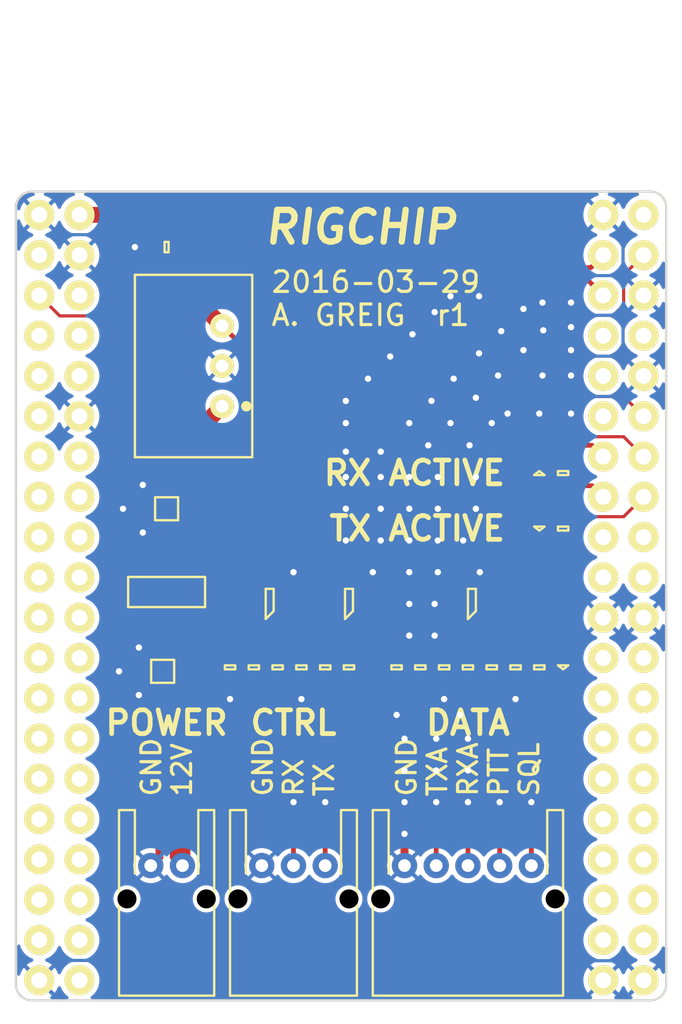
<source format=kicad_pcb>
(kicad_pcb (version 20221018) (generator pcbnew)
  (title_block (title "RIGCHIP") (date "2016-03-27") (rev "1") (company "Dr House Radio Technologies") (comment 1 "Drawn By: Adam Greig"))
  (layers (0 "F.Cu" signal) (31 "B.Cu" signal) (34 "B.Paste" user) (35 "F.Paste" user) (36 "B.SilkS" user "B.Silkscreen") (37 "F.SilkS" user "F.Silkscreen") (38 "B.Mask" user) (39 "F.Mask" user) (44 "Edge.Cuts" user))
  (net 0 "")
  (net 1 "5v")
  (net 2 "GND")
  (net 3 "Net-(C2-Pad1)")
  (net 4 "Net-(C3-Pad1)")
  (net 5 "/SQL")
  (net 6 "Net-(D2-Pad1)")
  (net 7 "Net-(D3-Pad1)")
  (net 8 "Net-(D4-Pad1)")
  (net 9 "Net-(D5-Pad1)")
  (net 10 "Net-(D6-Pad1)")
  (net 11 "Net-(D7-Pad1)")
  (net 12 "Net-(IC2-PadR15)")
  (net 13 "Net-(IC2-PadR16)")
  (net 14 "/RX_AUDIO")
  (net 15 "/RIG_TX")
  (net 16 "/RIG_RX")
  (net 17 "/TX_AUDIO")
  (net 18 "3v3")
  (net 19 "/CHIP_RX")
  (net 20 "/CHIP_TX")
  (net 21 "Net-(D8-Pad1)")
  (net 22 "Net-(D9-Pad1)")
  (net 23 "/CHIP_PTT")
  (net 24 "/RIG_PTT")
  (net 25 "Net-(C4-Pad1)")
  (footprint "agg:0603" (layer "F.Cu") (at 59.5 52.5 180)
    (fp_text reference "C1")
    (fp_text value "100n")
  )
  (footprint "agg:1206" (layer "F.Cu") (at 59.25 79.25 180)
    (fp_text reference "C2")
    (fp_text value "10µ")
  )
  (footprint "agg:1206" (layer "F.Cu") (at 59.5 69 180)
    (fp_text reference "C3")
    (fp_text value "10µ")
  )
  (footprint "agg:0603" (layer "F.Cu") (at 81.5 79 -90)
    (fp_text reference "C4")
    (fp_text value "100n")
  )
  (footprint "agg:0603" (layer "F.Cu") (at 77 79 -90)
    (fp_text reference "C5")
    (fp_text value "100n")
  )
  (footprint "agg:0402" (layer "F.Cu") (at 59.5 89.75 180)
    (fp_text reference "D1")
    (fp_text value "ESD_DIODE")
  )
  (footprint "agg:0402" (layer "F.Cu") (at 76.5 89 90)
    (fp_text reference "D2")
    (fp_text value "ESD_DIODE")
  )
  (footprint "agg:0402" (layer "F.Cu") (at 78.5 89 90)
    (fp_text reference "D3")
    (fp_text value "ESD_DIODE")
  )
  (footprint "agg:0402" (layer "F.Cu") (at 80.5 89 90)
    (fp_text reference "D4")
    (fp_text value "ESD_DIODE")
  )
  (footprint "agg:0402" (layer "F.Cu") (at 82.5 89 90)
    (fp_text reference "D5")
    (fp_text value "ESD_DIODE")
  )
  (footprint "agg:0402" (layer "F.Cu") (at 67.5 89 90)
    (fp_text reference "D6")
    (fp_text value "ESD_DIODE")
  )
  (footprint "agg:0402" (layer "F.Cu") (at 69.5 89 90)
    (fp_text reference "D7")
    (fp_text value "ESD_DIODE")
  )
  (footprint "agg:0603-LED" (layer "F.Cu") (at 83 66.75 -90)
    (fp_text reference "D8")
    (fp_text value "GRN")
  )
  (footprint "agg:0603-LED" (layer "F.Cu") (at 83 70.25 90)
    (fp_text reference "D9")
    (fp_text value "RED")
  )
  (footprint "agg:TSR1" (layer "F.Cu") (at 63 60 90)
    (fp_text reference "IC1")
    (fp_text value "TSR1")
  )
  (footprint "agg:CHIPv1_0" (layer "F.Cu") (at 50 100)
    (fp_text reference "IC2")
    (fp_text value "CHIPv1_0")
  )
  (footprint "agg:S02B-PASK-2" (layer "F.Cu") (at 59.5 91.5 180)
    (fp_text reference "J1")
    (fp_text value "POWER")
  )
  (footprint "agg:S05B-PASK-2" (layer "F.Cu") (at 78.5 91.5 180)
    (fp_text reference "J2")
    (fp_text value "DATA")
  )
  (footprint "agg:S03B-PASK-2" (layer "F.Cu") (at 67.5 91.5 180)
    (fp_text reference "J3")
    (fp_text value "CONTROL")
  )
  (footprint "agg:TYS5040" (layer "F.Cu") (at 59.5 74.25 90)
    (fp_text reference "L1")
    (fp_text value "6µ8")
  )
  (footprint "agg:0603" (layer "F.Cu") (at 80 79 90)
    (fp_text reference "L2")
    (fp_text value "FB")
  )
  (footprint "agg:0603" (layer "F.Cu") (at 78.5 79 90)
    (fp_text reference "L3")
    (fp_text value "FB")
  )
  (footprint "agg:0603" (layer "F.Cu") (at 75.5 79 90)
    (fp_text reference "L4")
    (fp_text value "FB")
  )
  (footprint "agg:0603" (layer "F.Cu") (at 74 79 90)
    (fp_text reference "L5")
    (fp_text value "FB")
  )
  (footprint "agg:0603" (layer "F.Cu") (at 69.5 79 90)
    (fp_text reference "L6")
    (fp_text value "FB")
  )
  (footprint "agg:0603" (layer "F.Cu") (at 66.5 79 90)
    (fp_text reference "L7")
    (fp_text value "FB")
  )
  (footprint "agg:0603" (layer "F.Cu") (at 84.5 66.75 90)
    (fp_text reference "R1")
    (fp_text value "1k")
  )
  (footprint "agg:0603" (layer "F.Cu") (at 84.5 70.25 -90)
    (fp_text reference "R2")
    (fp_text value "1k")
  )
  (footprint "agg:0603" (layer "F.Cu") (at 63.5 79 -90)
    (fp_text reference "C6")
    (fp_text value "100n")
  )
  (footprint "agg:0603" (layer "F.Cu") (at 68 79 -90)
    (fp_text reference "C7")
    (fp_text value "100n")
  )
  (footprint "agg:SOT-23-5" (layer "F.Cu") (at 66 75 180)
    (fp_text reference "IC3")
    (fp_text value "SN74LVC1G07")
  )
  (footprint "agg:SOT-23-5" (layer "F.Cu") (at 71 75 180)
    (fp_text reference "IC4")
    (fp_text value "SN74LVC1G07")
  )
  (footprint "agg:0603" (layer "F.Cu") (at 65 79 90)
    (fp_text reference "R3")
    (fp_text value "1k")
  )
  (footprint "agg:0603" (layer "F.Cu") (at 71 79 90)
    (fp_text reference "R4")
    (fp_text value "1k")
  )
  (footprint "agg:SOT-23-5" (layer "F.Cu") (at 78.75 75 180)
    (fp_text reference "IC5")
    (fp_text value "SN74LVC1G07")
  )
  (footprint "agg:0603" (layer "F.Cu") (at 83 79 90)
    (fp_text reference "R5")
    (fp_text value "10k")
  )
  (footprint "agg:0603-LED" (layer "F.Cu") (at 84.5 79 90)
    (fp_text reference "D10")
    (fp_text value "~")
  )
  (gr_line (start 90 100) (end 51 100) (stroke (width 0.15)) (layer "Edge.Cuts"))
  (gr_arc (start 51 100) (mid 50.292893 99.707107) (end 50 99) (stroke (width 0.15)) (layer "Edge.Cuts"))
  (gr_line (start 51 49) (end 90 49) (stroke (width 0.15)) (layer "Edge.Cuts"))
  (gr_line (start 91 50) (end 91 99) (stroke (width 0.15)) (layer "Edge.Cuts"))
  (gr_arc (start 91 99) (mid 90.707107 99.707107) (end 90 100) (stroke (width 0.15)) (layer "Edge.Cuts"))
  (gr_line (start 50 99) (end 50 50) (stroke (width 0.15)) (layer "Edge.Cuts"))
  (gr_arc (start 50 50) (mid 50.292893 49.292893) (end 51 49) (stroke (width 0.15)) (layer "Edge.Cuts"))
  (gr_arc (start 90 49) (mid 90.707107 49.292893) (end 91 50) (stroke (width 0.15)) (layer "Edge.Cuts"))
  (gr_text "CTRL" (at 67.5 82.5) (layer "F.SilkS") (effects (font (size 1.5 1.5) (thickness 0.3))))
  (gr_text "GND\nRX\nTX" (at 67.5 87.25 90) (layer "F.SilkS") (effects (font (size 1.2 1.2) (thickness 0.2)) (justify left)))
  (gr_text "GND\n12V" (at 59.5 87.25 90) (layer "F.SilkS") (effects (font (size 1.2 1.2) (thickness 0.2)) (justify left)))
  (gr_text "TX ACTIVE" (at 81 70.25) (layer "F.SilkS") (effects (font (size 1.5 1.5) (thickness 0.3)) (justify right)))
  (gr_text "RX ACTIVE" (at 81 66.75) (layer "F.SilkS") (effects (font (size 1.5 1.5) (thickness 0.3)) (justify right)))
  (gr_text "2016-03-29\nA. GREIG  r1" (at 66 55.75) (layer "F.SilkS") (effects (font (size 1.3 1.3) (thickness 0.2)) (justify left)))
  (gr_text "POWER" (at 59.5 82.5) (layer "F.SilkS") (effects (font (size 1.5 1.5) (thickness 0.3))))
  (gr_text "RIGCHIP" (at 65.5 51.25) (layer "F.SilkS") (effects (font (size 2 2) (thickness 0.4) italic) (justify left)))
  (gr_text "GND\nTXA\nRXA\nPTT\nSQL" (at 78.5 87.25 90) (layer "F.SilkS") (effects (font (size 1.2 1.2) (thickness 0.2)) (justify left)))
  (gr_text "DATA" (at 78.5 82.5) (layer "F.SilkS") (effects (font (size 1.5 1.5) (thickness 0.3))))
  (segment (start 68.85 75.95) (end 68 76.8) (width 0.3) (layer "F.Cu") (net 1))
  (segment (start 63 57.46) (end 66.250008 60.710008) (width 0.3) (layer "F.Cu") (net 1))
  (segment (start 60.3 54.76) (end 63 57.46) (width 1) (layer "F.Cu") (net 1))
  (segment (start 68 77.25) (end 68 77.425) (width 0.3) (layer "F.Cu") (net 1))
  (segment (start 66.250008 60.710008) (end 66.250008 76.500008) (width 0.3) (layer "F.Cu") (net 1))
  (segment (start 68 77.425) (end 68 78.2) (width 0.3) (layer "F.Cu") (net 1))
  (segment (start 67.199999 78.975001) (end 67.975 78.2) (width 0.2) (layer "F.Cu") (net 1))
  (segment (start 68 76.8) (end 68 77.25) (width 0.3) (layer "F.Cu") (net 1))
  (segment (start 59.77 50.47) (end 60.3 51) (width 1) (layer "F.Cu") (net 1))
  (segment (start 65.025 79.8) (end 65.849999 78.975001) (width 0.2) (layer "F.Cu") (net 1))
  (segment (start 67.975 78.2) (end 68 78.2) (width 0.2) (layer "F.Cu") (net 1))
  (segment (start 60.3 52.5) (end 60.3 54.76) (width 1) (layer "F.Cu") (net 1))
  (segment (start 69.7 75.95) (end 68.85 75.95) (width 0.3) (layer "F.Cu") (net 1))
  (segment (start 54.01 50.47) (end 59.77 50.47) (width 1) (layer "F.Cu") (net 1))
  (segment (start 66.250008 76.500008) (end 67 77.25) (width 0.3) (layer "F.Cu") (net 1))
  (segment (start 65 79.8) (end 65.025 79.8) (width 0.2) (layer "F.Cu") (net 1))
  (segment (start 67 77.25) (end 68 77.25) (width 0.3) (layer "F.Cu") (net 1))
  (segment (start 65.849999 78.975001) (end 67.199999 78.975001) (width 0.2) (layer "F.Cu") (net 1))
  (segment (start 60.3 51) (end 60.3 52.5) (width 1) (layer "F.Cu") (net 1))
  (segment (start 76.6 69) (end 76.6 71) (width 0.3) (layer "F.Cu") (net 2))
  (segment (start 79.2 59.2) (end 77.6 60.8) (width 0.2) (layer "F.Cu") (net 2))
  (segment (start 73 65.4) (end 73 67) (width 0.2) (layer "F.Cu") (net 2))
  (segment (start 67.3 74.05) (end 67.3 73.2) (width 0.3) (layer "F.Cu") (net 2))
  (segment (start 76.6 71) (end 78.2 71) (width 0.3) (layer "F.Cu") (net 2))
  (segment (start 70.8 67) (end 70.8 65.4) (width 0.2) (layer "F.Cu") (net 2))
  (segment (start 81 63) (end 80.6 63) (width 0.3) (layer "F.Cu") (net 2))
  (segment (start 57.75 79.25) (end 57.75 80.75) (width 0.5) (layer "F.Cu") (net 2))
  (segment (start 76.5 87.5) (end 76.5 85.5) (width 0.5) (layer "F.Cu") (net 2))
  (segment (start 72.3 74.05) (end 72.3 73.2) (width 0.3) (layer "F.Cu") (net 2))
  (segment (start 77 79.8) (end 77 81) (width 0.3) (layer "F.Cu") (net 2))
  (segment (start 85 57.550011) (end 85 59) (width 0.2) (layer "F.Cu") (net 2))
  (segment (start 74.5 91.5) (end 74.5 89.5) (width 0.5) (layer "F.Cu") (net 2))
  (segment (start 76 65) (end 74.8 66.2) (width 0.3) (layer "F.Cu") (net 2))
  (segment (start 82 59) (end 80.4 60.6) (width 0.3) (layer "F.Cu") (net 2))
  (segment (start 85 56) (end 83.2 56) (width 0.2) (layer "F.Cu") (net 2))
  (segment (start 76.5 88.55) (end 76.5 87.5) (width 0.3) (layer "F.Cu") (net 2))
  (segment (start 77.4 55.6) (end 79.2 55.6) (width 0.2) (layer "F.Cu") (net 2))
  (segment (start 58.7 52.5) (end 57.5 52.5) (width 0.5) (layer "F.Cu") (net 2))
  (segment (start 82 56.4) (end 80.6 57.8) (width 0.2) (layer "F.Cu") (net 2))
  (segment (start 74.5 87.5) (end 74.5 85.5) (width 0.5) (layer "F.Cu") (net 2))
  (segment (start 74.5 82.5) (end 74 82) (width 0.5) (layer "F.Cu") (net 2))
  (segment (start 59.05 90.95) (end 58.5 91.5) (width 0.5) (layer "F.Cu") (net 2))
  (segment (start 58 69) (end 58 67.5) (width 0.5) (layer "F.Cu") (net 2))
  (segment (start 85 63) (end 83 63) (width 0.3) (layer "F.Cu") (net 2))
  (segment (start 80.5 88.55) (end 80.5 87.5) (width 0.3) (layer "F.Cu") (net 2))
  (segment (start 67.5 88.55) (end 67.5 87.5) (width 0.3) (layer "F.Cu") (net 2))
  (segment (start 69.5 88.55) (end 69.5 87.5) (width 0.3) (layer "F.Cu") (net 2))
  (segment (start 73 69) (end 73 71) (width 0.2) (layer "F.Cu") (net 2))
  (segment (start 68 79.8) (end 68 81) (width 0.3) (layer "F.Cu") (net 2))
  (segment (start 79 69) (end 79 67) (width 0.3) (layer "F.Cu") (net 2))
  (segment (start 58 69) (end 56.75 69) (width 0.5) (layer "F.Cu") (net 2))
  (segment (start 83.449989 57.550011) (end 83.25 57.75) (width 0.3) (layer "F.Cu") (net 2))
  (segment (start 78.5 88.55) (end 78.5 87.5) (width 0.3) (layer "F.Cu") (net 2))
  (segment (start 74.8 69) (end 74.8 71) (width 0.3) (layer "F.Cu") (net 2))
  (segment (start 79 62) (end 77.4 63.6) (width 0.3) (layer "F.Cu") (net 2))
  (segment (start 74.8 73) (end 74.8 75) (width 0.3) (layer "F.Cu") (net 2))
  (segment (start 74.5 83.5) (end 74.5 82.5) (width 0.5) (layer "F.Cu") (net 2))
  (segment (start 58 69) (end 58 70.5) (width 0.5) (layer "F.Cu") (net 2))
  (segment (start 82.5 88.55) (end 82.5 87.5) (width 0.3) (layer "F.Cu") (net 2))
  (segment (start 76.4 73.2) (end 76.4 75) (width 0.3) (layer "F.Cu") (net 2))
  (segment (start 85 57.550011) (end 83.449989 57.550011) (width 0.3) (layer "F.Cu") (net 2))
  (segment (start 80.6 63) (end 80 63.6) (width 0.3) (layer "F.Cu") (net 2))
  (segment (start 85 60.6) (end 83.2 60.6) (width 0.2) (layer "F.Cu") (net 2))
  (segment (start 75 58) (end 76.4 56.6) (width 0.2) (layer "F.Cu") (net 2))
  (segment (start 80.05 74.05) (end 79.8 74.05) (width 0.3) (layer "F.Cu") (net 2))
  (segment (start 78.5 83.5) (end 78.5 82.5) (width 0.5) (layer "F.Cu") (net 2))
  (segment (start 79.25 73) (end 79.25 73.5) (width 0.3) (layer "F.Cu") (net 2))
  (segment (start 72.2 60.8) (end 73.6 59.4) (width 0.2) (layer "F.Cu") (net 2))
  (segment (start 78.5 82.5) (end 78 82) (width 0.5) (layer "F.Cu") (net 2))
  (segment (start 78.5 87.5) (end 78.5 85.5) (width 0.5) (layer "F.Cu") (net 2))
  (segment (start 63.5 79.8) (end 63.5 81) (width 0.3) (layer "F.Cu") (net 2))
  (segment (start 79.8 74.05) (end 79.25 73.5) (width 0.3) (layer "F.Cu") (net 2))
  (segment (start 67.3 73.2) (end 67.5 73) (width 0.3) (layer "F.Cu") (net 2))
  (segment (start 57.75 79.25) (end 57.75 77.75) (width 0.5) (layer "F.Cu") (net 2))
  (segment (start 76.2 62.2) (end 74.8 63.6) (width 0.2) (layer "F.Cu") (net 2))
  (segment (start 57.75 79.25) (end 56.5 79.25) (width 0.5) (layer "F.Cu") (net 2))
  (segment (start 74.8 66.2) (end 74.8 67) (width 0.3) (layer "F.Cu") (net 2))
  (segment (start 72.3 73.2) (end 72.5 73) (width 0.3) (layer "F.Cu") (net 2))
  (segment (start 78.6 65) (end 76.6 67) (width 0.3) (layer "F.Cu") (net 2))
  (segment (start 76.6 73) (end 76.4 73.2) (width 0.3) (layer "F.Cu") (net 2))
  (segment (start 81.5 79.8) (end 81.5 81) (width 0.3) (layer "F.Cu") (net 2))
  (segment (start 59.05 89.75) (end 59.05 90.95) (width 0.5) (layer "F.Cu") (net 2))
  (segment (start 70.8 71) (end 70.8 69) (width 0.2) (layer "F.Cu") (net 2))
  (segment (start 70.8 63.6) (end 70.8 62.2) (width 0.2) (layer "F.Cu") (net 2))
  (via (at 58 70.5) (size 0.8) (drill 0.4) (layers "F.Cu" "B.Cu") (net 2))
  (via (at 57.75 77.75) (size 0.8) (drill 0.4) (layers "F.Cu" "B.Cu") (net 2))
  (via (at 74.8 77) (size 0.8) (drill 0.4) (layers "F.Cu" "B.Cu") (net 2))
  (via (at 85 57.550011) (size 0.8) (drill 0.4) (layers "F.Cu" "B.Cu") (net 2))
  (via (at 80.6 57.8) (size 0.8) (drill 0.4) (layers "F.Cu" "B.Cu") (net 2))
  (via (at 77.4 63.6) (size 0.8) (drill 0.4) (layers "F.Cu" "B.Cu") (net 2))
  (via (at 78.2 71) (size 0.8) (drill 0.4) (layers "F.Cu" "B.Cu") (net 2))
  (via (at 72.5 73) (size 0.8) (drill 0.4) (layers "F.Cu" "B.Cu") (net 2))
  (via (at 56.75 69) (size 0.8) (drill 0.4) (layers "F.Cu" "B.Cu") (net 2))
  (via (at 76.4 77) (size 0.8) (drill 0.4) (layers "F.Cu" "B.Cu") (net 2))
  (via (at 76.6 71) (size 0.8) (drill 0.4) (layers "F.Cu" "B.Cu") (net 2))
  (via (at 85 60.6) (size 0.8) (drill 0.4) (layers "F.Cu" "B.Cu") (net 2))
  (via (at 57.75 80.75) (size 0.8) (drill 0.4) (layers "F.Cu" "B.Cu") (net 2))
  (via (at 78.6 65) (size 0.8) (drill 0.4) (layers "F.Cu" "B.Cu") (net 2))
  (via (at 82 59) (size 0.8) (drill 0.4) (layers "F.Cu" "B.Cu") (net 2))
  (via (at 80 63.6) (size 0.8) (drill 0.4) (layers "F.Cu" "B.Cu") (net 2))
  (via (at 77.4 55.6) (size 0.8) (drill 0.4) (layers "F.Cu" "B.Cu") (net 2))
  (via (at 76.4 56.6) (size 0.8) (drill 0.4) (layers "F.Cu" "B.Cu") (net 2))
  (via (at 79 62) (size 0.8) (drill 0.4) (layers "F.Cu" "B.Cu") (net 2))
  (via (at 73 67) (size 0.8) (drill 0.4) (layers "F.Cu" "B.Cu") (net 2))
  (via (at 70.8 71) (size 0.8) (drill 0.4) (layers "F.Cu" "B.Cu") (net 2))
  (via (at 73 69) (size 0.8) (drill 0.4) (layers "F.Cu" "B.Cu") (net 2))
  (via (at 79.25 73) (size 0.8) (drill 0.4) (layers "F.Cu" "B.Cu") (net 2))
  (via (at 70.8 65.4) (size 0.8) (drill 0.4) (layers "F.Cu" "B.Cu") (net 2))
  (via (at 78.5 83.5) (size 0.8) (drill 0.4) (layers "F.Cu" "B.Cu") (net 2))
  (via (at 82 56.4) (size 0.8) (drill 0.4) (layers "F.Cu" "B.Cu") (net 2))
  (via (at 73.6 59.4) (size 0.8) (drill 0.4) (layers "F.Cu" "B.Cu") (net 2))
  (via (at 85 63) (size 0.8) (drill 0.4) (layers "F.Cu" "B.Cu") (net 2))
  (via (at 76.2 62.2) (size 0.8) (drill 0.4) (layers "F.Cu" "B.Cu") (net 2))
  (via (at 76.6 73) (size 0.8) (drill 0.4) (layers "F.Cu" "B.Cu") (net 2))
  (via (at 70.8 67) (size 0.8) (drill 0.4) (layers "F.Cu" "B.Cu") (net 2))
  (via (at 58 67.5) (size 0.8) (drill 0.4) (layers "F.Cu" "B.Cu") (net 2))
  (via (at 67.5 87.5) (size 0.8) (drill 0.4) (layers "F.Cu" "B.Cu") (net 2))
  (via (at 74.8 69) (size 0.8) (drill 0.4) (layers "F.Cu" "B.Cu") (net 2))
  (via (at 67.5 73) (size 0.8) (drill 0.4) (layers "F.Cu" "B.Cu") (net 2))
  (via (at 63.5 81) (size 0.8) (drill 0.4) (layers "F.Cu" "B.Cu") (net 2))
  (via (at 76.5 87.5) (size 0.8) (drill 0.4) (layers "F.Cu" "B.Cu") (net 2))
  (via (at 73 65.4) (size 0.8) (drill 0.4) (layers "F.Cu" "B.Cu") (net 2))
  (via (at 77 81) (size 0.8) (drill 0.4) (layers "F.Cu" "B.Cu") (net 2))
  (via (at 57.5 52.5) (size 0.8) (drill 0.4) (layers "F.Cu" "B.Cu") (net 2))
  (via (at 70.8 62.2) (size 0.8) (drill 0.4) (layers "F.Cu" "B.Cu") (net 2))
  (via (at 79 69) (size 0.8) (drill 0.4) (layers "F.Cu" "B.Cu") (net 2))
  (via (at 82.5 87.5) (size 0.8) (drill 0.4) (layers "F.Cu" "B.Cu") (net 2))
  (via (at 70.8 69) (size 0.8) (drill 0.4) (layers "F.Cu" "B.Cu") (net 2))
  (via (at 83.25 57.75) (size 0.8) (drill 0.4) (layers "F.Cu" "B.Cu") (net 2))
  (via (at 76.5 83.5) (size 0.8) (drill 0.4) (layers "F.Cu" "B.Cu") (net 2))
  (via (at 74.5 85.5) (size 0.8) (drill 0.4) (layers "F.Cu" "B.Cu") (net 2))
  (via (at 74.5 89.5) (size 0.8) (drill 0.4) (layers "F.Cu" "B.Cu") (net 2))
  (via (at 73 71) (size 0.8) (drill 0.4) (layers "F.Cu" "B.Cu") (net 2))
  (via (at 76 65) (size 0.8) (drill 0.4) (layers "F.Cu" "B.Cu") (net 2))
  (via (at 85 59) (size 0.8) (drill 0.4) (layers "F.Cu" "B.Cu") (net 2))
  (via (at 83.2 60.6) (size 0.8) (drill 0.4) (layers "F.Cu" "B.Cu") (net 2))
  (via (at 74.8 63.6) (size 0.8) (drill 0.4) (layers "F.Cu" "B.Cu") (net 2))
  (via (at 74.8 67) (size 0.8) (drill 0.4) (layers "F.Cu" "B.Cu") (net 2))
  (via (at 74.8 75) (size 0.8) (drill 0.4) (layers "F.Cu" "B.Cu") (net 2))
  (via (at 74 82) (size 0.8) (drill 0.4) (layers "F.Cu" "B.Cu") (net 2))
  (via (at 79.2 59.2) (size 0.8) (drill 0.4) (layers "F.Cu" "B.Cu") (net 2))
  (via (at 83.2 56) (size 0.8) (drill 0.4) (layers "F.Cu" "B.Cu") (net 2))
  (via (at 56.5 79.25) (size 0.8) (drill 0.4) (layers "F.Cu" "B.Cu") (net 2))
  (via (at 85 56) (size 0.8) (drill 0.4) (layers "F.Cu" "B.Cu") (net 2))
  (via (at 81.5 81) (size 0.8) (drill 0.4) (layers "F.Cu" "B.Cu") (net 2))
  (via (at 75 58) (size 0.8) (drill 0.4) (layers "F.Cu" "B.Cu") (net 2))
  (via (at 74.8 71) (size 0.8) (drill 0.4) (layers "F.Cu" "B.Cu") (net 2))
  (via (at 76.6 67) (size 0.8) (drill 0.4) (layers "F.Cu" "B.Cu") (net 2))
  (via (at 80.4 60.6) (size 0.8) (drill 0.4) (layers "F.Cu" "B.Cu") (net 2))
  (via (at 72.2 60.8) (size 0.8) (drill 0.4) (layers "F.Cu" "B.Cu") (net 2))
  (via (at 74.8 73) (size 0.8) (drill 0.4) (layers "F.Cu" "B.Cu") (net 2))
  (via (at 68 81) (size 0.8) (drill 0.4) (layers "F.Cu" "B.Cu") (net 2))
  (via (at 70.8 63.6) (size 0.8) (drill 0.4) (layers "F.Cu" "B.Cu") (net 2))
  (via (at 74.5 83.5) (size 0.8) (drill 0.4) (layers "F.Cu" "B.Cu") (net 2))
  (via (at 80.5 87.5) (size 0.8) (drill 0.4) (layers "F.Cu" "B.Cu") (net 2))
  (via (at 76.5 85.5) (size 0.8) (drill 0.4) (layers "F.Cu" "B.Cu") (net 2))
  (via (at 79 67) (size 0.8) (drill 0.4) (layers "F.Cu" "B.Cu") (net 2))
  (via (at 76.4 75) (size 0.8) (drill 0.4) (layers "F.Cu" "B.Cu") (net 2))
  (via (at 77.6 60.8) (size 0.8) (drill 0.4) (layers "F.Cu" "B.Cu") (net 2))
  (via (at 83 63) (size 0.8) (drill 0.4) (layers "F.Cu" "B.Cu") (net 2))
  (via (at 78 82) (size 0.8) (drill 0.4) (layers "F.Cu" "B.Cu") (net 2))
  (via (at 79.2 55.6) (size 0.8) (drill 0.4) (layers "F.Cu" "B.Cu") (net 2))
  (via (at 74.5 87.5) (size 0.8) (drill 0.4) (layers "F.Cu" "B.Cu") (net 2))
  (via (at 76.6 69) (size 0.8) (drill 0.4) (layers "F.Cu" "B.Cu") (net 2))
  (via (at 69.5 87.5) (size 0.8) (drill 0.4) (layers "F.Cu" "B.Cu") (net 2))
  (via (at 78.5 85.5) (size 0.8) (drill 0.4) (layers "F.Cu" "B.Cu") (net 2))
  (via (at 78.5 87.5) (size 0.8) (drill 0.4) (layers "F.Cu" "B.Cu") (net 2))
  (via (at 81 63) (size 0.8) (drill 0.4) (layers "F.Cu" "B.Cu") (net 2))
  (segment (start 52.720001 97.479999) (end 56.229999 97.479999) (width 0.2) (layer "B.Cu") (net 2))
  (segment (start 88.620001 56.499999) (end 89.57 55.55) (width 0.2) (layer "B.Cu") (net 2))
  (segment (start 52.720001 51.720001) (end 55.220001 51.720001) (width 0.2) (layer "B.Cu") (net 2))
  (segment (start 86.080001 61.919999) (end 85 63) (width 0.2) (layer "B.Cu") (net 2))
  (segment (start 88.319999 56.800001) (end 86.5 56.800001) (width 0.2) (layer "B.Cu") (net 2))
  (segment (start 89.57 55.55) (end 88.319999 54.299999) (width 0.2) (layer "B.Cu") (net 2))
  (segment (start 89.57 98.73) (end 88.34 97.5) (width 0.2) (layer "B.Cu") (net 2))
  (segment (start 80.6 57.8) (end 79.2 59.2) (width 0.2) (layer "B.Cu") (net 2))
  (segment (start 76.6 71) (end 76.6 73) (width 0.3) (layer "B.Cu") (net 2))
  (segment (start 88.319999 59.379999) (end 85.620001 59.379999) (width 0.2) (layer "B.Cu") (net 2))
  (segment (start 85 55) (end 85 56) (width 0.2) (layer "B.Cu") (net 2))
  (segment (start 88.280001 56.839999) (end 88.620001 56.499999) (width 0.2) (layer "B.Cu") (net 2))
  (segment (start 76.5 85.5) (end 76.5 83.5) (width 0.5) (layer "B.Cu") (net 2))
  (segment (start 89.57 60.63) (end 88.280001 59.340001) (width 0.2) (layer "B.Cu") (net 2))
  (segment (start 70.8 62.2) (end 72.2 60.8) (width 0.2) (layer "B.Cu") (net 2))
  (segment (start 89.57 55.55) (end 88.280001 54.260001) (width 0.2) (layer "B.Cu") (net 2))
  (segment (start 70.8 69) (end 70.8 67) (width 0.2) (layer "B.Cu") (net 2))
  (segment (start 87.979999 51.419999) (end 87.03 50.47) (width 0.2) (layer "B.Cu") (net 2))
  (segment (start 83 63) (end 81 63) (width 0.3) (layer "B.Cu") (net 2))
  (segment (start 83.25 57.75) (end 82 59) (width 0.3) (layer "B.Cu") (net 2))
  (segment (start 88.280001 61.919999) (end 86.080001 61.919999) (width 0.2) (layer "B.Cu") (net 2))
  (segment (start 85 59) (end 85 60.6) (width 0.2) (layer "B.Cu") (net 2))
  (segment (start 85.700001 54.299999) (end 85 55) (width 0.2) (layer "B.Cu") (net 2))
  (segment (start 88.280001 59.340001) (end 88.280001 56.839999) (width 0.2) (layer "B.Cu") (net 2))
  (segment (start 80.4 60.6) (end 79 62) (width 0.3) (layer "B.Cu") (net 2))
  (segment (start 55.220001 51.720001) (end 55.5 52) (width 0.2) (layer "B.Cu") (net 2))
  (segment (start 86.080001 61.919999) (end 86 62) (width 0.2) (layer "B.Cu") (net 2))
  (segment (start 74.5 89.5) (end 74.5 87.5) (width 0.5) (layer "B.Cu") (net 2))
  (segment (start 78.2 69.8) (end 79 69) (width 0.3) (layer "B.Cu") (net 2))
  (segment (start 76.6 67) (end 76.6 69) (width 0.3) (layer "B.Cu") (net 2))
  (segment (start 78.5 85.5) (end 78.5 83.5) (width 0.5) (layer "B.Cu") (net 2))
  (segment (start 51.47 98.73) (end 52.720001 97.479999) (width 0.2) (layer "B.Cu") (net 2))
  (segment (start 73 67) (end 73 69) (width 0.2) (layer "B.Cu") (net 2))
  (segment (start 80 63.6) (end 78.6 65) (width 0.3) (layer "B.Cu") (net 2))
  (segment (start 77.4 63.6) (end 76 65) (width 0.3) (layer "B.Cu") (net 2))
  (segment (start 74.5 85.5) (end 74.5 83.5) (width 0.5) (layer "B.Cu") (net 2))
  (segment (start 86.5 56.800001) (end 85.75001 56.800001) (width 0.2) (layer "B.Cu") (net 2))
  (segment (start 82.4 56) (end 82 56.4) (width 0.2) (layer "B.Cu") (net 2))
  (segment (start 51.47 50.47) (end 52.720001 51.720001) (width 0.2) (layer "B.Cu") (net 2))
  (segment (start 88.319999 54.299999) (end 85.700001 54.299999) (width 0.2) (layer "B.Cu") (net 2))
  (segment (start 74.8 71) (end 74.8 73) (width 0.3) (layer "B.Cu") (net 2))
  (segment (start 77.6 60.8) (end 76.2 62.2) (width 0.2) (layer "B.Cu") (net 2))
  (segment (start 86.5 56.800001) (end 86.199999 56.800001) (width 0.2) (layer "B.Cu") (net 2))
  (segment (start 85.75001 56.800001) (end 85 57.550011) (width 0.2) (layer "B.Cu") (net 2))
  (segment (start 74.8 75) (end 74.8 77) (width 0.3) (layer "B.Cu") (net 2))
  (segment (start 88.34 97.5) (end 86 97.5) (width 0.2) (layer "B.Cu") (net 2))
  (segment (start 74.8 67) (end 74.8 69) (width 0.3) (layer "B.Cu") (net 2))
  (segment (start 74.8 63.6) (end 73 65.4) (width 0.2) (layer "B.Cu") (net 2))
  (segment (start 78.2 71) (end 78.2 69.8) (width 0.3) (layer "B.Cu") (net 2))
  (segment (start 88.280001 51.720001) (end 87.979999 51.419999) (width 0.2) (layer "B.Cu") (net 2))
  (segment (start 76.4 75) (end 76.4 77) (width 0.3) (layer "B.Cu") (net 2))
  (segment (start 83.2 56) (end 82.4 56) (width 0.2) (layer "B.Cu") (net 2))
  (segment (start 86.199999 56.800001) (end 86 57) (width 0.2) (layer "B.Cu") (net 2))
  (segment (start 73 71) (end 70.8 71) (width 0.2) (layer "B.Cu") (net 2))
  (segment (start 73.6 59.4) (end 75 58) (width 0.2) (layer "B.Cu") (net 2))
  (segment (start 89.57 60.63) (end 88.319999 59.379999) (width 0.2) (layer "B.Cu") (net 2))
  (segment (start 88.280001 54.260001) (end 88.280001 51.720001) (width 0.2) (layer "B.Cu") (net 2))
  (segment (start 89.57 55.55) (end 88.319999 56.800001) (width 0.2) (layer "B.Cu") (net 2))
  (segment (start 70.8 65.4) (end 70.8 63.6) (width 0.2) (layer "B.Cu") (net 2))
  (segment (start 76.4 56.6) (end 77.4 55.6) (width 0.2) (layer "B.Cu") (net 2))
  (segment (start 89.57 60.63) (end 88.280001 61.919999) (width 0.2) (layer "B.Cu") (net 2))
  (segment (start 59.95 89.75) (end 60.25 89.75) (width 0.5) (layer "F.Cu") (net 3))
  (segment (start 60.5 77) (end 60.4 77) (width 0.5) (layer "F.Cu") (net 3))
  (segment (start 60.5 91.5) (end 60.5 89.5) (width 1) (layer "F.Cu") (net 3))
  (segment (start 60.4 77) (end 59.5 76.1) (width 0.5) (layer "F.Cu") (net 3))
  (segment (start 60.5 89.5) (end 60.5 77) (width 1) (layer "F.Cu") (net 3))
  (segment (start 59.95 90.95) (end 60.5 91.5) (width 0.5) (layer "F.Cu") (net 3))
  (segment (start 60.25 89.75) (end 60.5 89.5) (width 0.5) (layer "F.Cu") (net 3))
  (segment (start 59.95 89.75) (end 59.95 90.95) (width 0.5) (layer "F.Cu") (net 3))
  (segment (start 60.75 79.25) (end 60.75 77.35) (width 0.5) (layer "F.Cu") (net 3))
  (segment (start 60.75 77.35) (end 59.5 76.1) (width 0.5) (layer "F.Cu") (net 3))
  (segment (start 61 69) (end 61 64.54) (width 1) (layer "F.Cu") (net 4))
  (segment (start 59.5 72.4) (end 60.35 72.4) (width 0.3) (layer "F.Cu") (net 4))
  (segment (start 60.35 72.4) (end 61 71.75) (width 0.3) (layer "F.Cu") (net 4))
  (segment (start 61 69) (end 61 71.75) (width 1) (layer "F.Cu") (net 4))
  (segment (start 61 64.54) (end 63 62.54) (width 1) (layer "F.Cu") (net 4))
  (segment (start 87.03 65.71) (end 86.32 65) (width 0.3) (layer "F.Cu") (net 5))
  (segment (start 82.094998 65) (end 81 66.094998) (width 0.3) (layer "F.Cu") (net 5))
  (segment (start 86.32 65) (end 82.094998 65) (width 0.3) (layer "F.Cu") (net 5))
  (segment (start 81 66.094998) (end 81 72) (width 0.3) (layer "F.Cu") (net 5))
  (segment (start 83 78.2) (end 84.5 78.2) (width 0.3) (layer "F.Cu") (net 5))
  (segment (start 83 78.2) (end 83 74) (width 0.3) (layer "F.Cu") (net 5))
  (segment (start 83 78.2) (end 83.025 78.2) (width 0.2) (layer "F.Cu") (net 5))
  (segment (start 83 74) (end 81 72) (width 0.3) (layer "F.Cu") (net 5))
  (segment (start 75.5 82.25) (end 74 80.75) (width 0.3) (layer "F.Cu") (net 6))
  (segment (start 76.5 89.45) (end 75.89 89.45) (width 0.3) (layer "F.Cu") (net 6))
  (segment (start 76.5 91.5) (end 76.5 89.45) (width 0.3) (layer "F.Cu") (net 6))
  (segment (start 75.89 89.45) (end 75.5 89.06) (width 0.3) (layer "F.Cu") (net 6))
  (segment (start 74 80.75) (end 74 79.8) (width 0.3) (layer "F.Cu") (net 6))
  (segment (start 75.5 89.06) (end 75.5 82.25) (width 0.3) (layer "F.Cu") (net 6))
  (segment (start 77.5 82.75) (end 75.5 80.75) (width 0.3) (layer "F.Cu") (net 7))
  (segment (start 77.89 89.45) (end 77.5 89.06) (width 0.3) (layer "F.Cu") (net 7))
  (segment (start 78.5 91.5) (end 78.5 89.45) (width 0.3) (layer "F.Cu") (net 7))
  (segment (start 78.5 89.45) (end 77.89 89.45) (width 0.3) (layer "F.Cu") (net 7))
  (segment (start 77.5 89.06) (end 77.5 82.75) (width 0.3) (layer "F.Cu") (net 7))
  (segment (start 75.5 80.75) (end 75.5 79.8) (width 0.3) (layer "F.Cu") (net 7))
  (segment (start 79.89 89.45) (end 79.5 89.06) (width 0.3) (layer "F.Cu") (net 8))
  (segment (start 79.5 81.75) (end 78.5 80.75) (width 0.3) (layer "F.Cu") (net 8))
  (segment (start 80.5 89.45) (end 79.89 89.45) (width 0.3) (layer "F.Cu") (net 8))
  (segment (start 80.5 91.5) (end 80.5 89.45) (width 0.3) (layer "F.Cu") (net 8))
  (segment (start 78.5 80.75) (end 78.5 79.8) (width 0.3) (layer "F.Cu") (net 8))
  (segment (start 79.5 89.06) (end 79.5 81.75) (width 0.3) (layer "F.Cu") (net 8))
  (segment (start 82.5 91.5) (end 82.5 89.45) (width 0.3) (layer "F.Cu") (net 9))
  (segment (start 81.5 89.06) (end 81.5 82.25) (width 0.3) (layer "F.Cu") (net 9))
  (segment (start 80 80.75) (end 80 79.8) (width 0.3) (layer "F.Cu") (net 9))
  (segment (start 81.5 82.25) (end 80 80.75) (width 0.3) (layer "F.Cu") (net 9))
  (segment (start 82.5 89.45) (end 81.89 89.45) (width 0.3) (layer "F.Cu") (net 9))
  (segment (start 81.89 89.45) (end 81.5 89.06) (width 0.3) (layer "F.Cu") (net 9))
  (segment (start 67.5 89.45) (end 66.89 89.45) (width 0.3) (layer "F.Cu") (net 10))
  (segment (start 67.5 91.5) (end 67.5 89.45) (width 0.3) (layer "F.Cu") (net 10))
  (segment (start 66.89 89.45) (end 66.5 89.06) (width 0.3) (layer "F.Cu") (net 10))
  (segment (start 66.5 80.575) (end 66.5 79.8) (width 0.3) (layer "F.Cu") (net 10))
  (segment (start 66.5 89.06) (end 66.5 80.575) (width 0.3) (layer "F.Cu") (net 10))
  (segment (start 68.5 82) (end 69.5 81) (width 0.3) (layer "F.Cu") (net 11))
  (segment (start 69.5 81) (end 69.5 79.8) (width 0.3) (layer "F.Cu") (net 11))
  (segment (start 69.5 91.5) (end 69.5 89.45) (width 0.3) (layer "F.Cu") (net 11))
  (segment (start 68.5 89.06) (end 68.5 82) (width 0.3) (layer "F.Cu") (net 11))
  (segment (start 68.89 89.45) (end 68.5 89.06) (width 0.3) (layer "F.Cu") (net 11))
  (segment (start 69.5 89.45) (end 68.89 89.45) (width 0.3) (layer "F.Cu") (net 11))
  (segment (start 86.53 67.75) (end 87.03 68.25) (width 0.2) (layer "F.Cu") (net 12))
  (segment (start 84.5 67.55) (end 86.33 67.55) (width 0.3) (layer "F.Cu") (net 12))
  (segment (start 86.33 67.55) (end 87.03 68.25) (width 0.3) (layer "F.Cu") (net 12))
  (segment (start 88.32 69.5) (end 87.630001 69.500001) (width 0.2) (layer "F.Cu") (net 13))
  (segment (start 84.95 69.45) (end 84.5 69.45) (width 0.2) (layer "F.Cu") (net 13))
  (segment (start 87.630001 69.500001) (end 85.000001 69.500001) (width 0.2) (layer "F.Cu") (net 13))
  (segment (start 85.000001 69.500001) (end 84.95 69.45) (width 0.2) (layer "F.Cu") (net 13))
  (segment (start 89.57 68.25) (end 88.32 69.5) (width 0.2) (layer "F.Cu") (net 13))
  (segment (start 75.6 66.65) (end 80.330001 61.919999) (width 0.3) (layer "F.Cu") (net 14))
  (segment (start 80.330001 61.919999) (end 85.580001 61.919999) (width 0.3) (layer "F.Cu") (net 14))
  (segment (start 75.5 77.9) (end 75.6 77.8) (width 0.3) (layer "F.Cu") (net 14))
  (segment (start 89.57 63.17) (end 88.319999 61.919999) (width 0.2) (layer "F.Cu") (net 14))
  (segment (start 75.6 77.8) (end 75.6 66.65) (width 0.3) (layer "F.Cu") (net 14))
  (segment (start 88.319999 61.919999) (end 85.580001 61.919999) (width 0.2) (layer "F.Cu") (net 14))
  (segment (start 75.5 78.2) (end 75.5 77.9) (width 0.3) (layer "F.Cu") (net 14))
  (segment (start 71.45 75) (end 71 75.45) (width 0.3) (layer "F.Cu") (net 15))
  (segment (start 69.5 77.425) (end 69.5 78.2) (width 0.3) (layer "F.Cu") (net 15))
  (segment (start 70.5 77) (end 69.925 77) (width 0.3) (layer "F.Cu") (net 15))
  (segment (start 69.925 77) (end 69.5 77.425) (width 0.3) (layer "F.Cu") (net 15))
  (segment (start 71 76.5) (end 70.5 77) (width 0.3) (layer "F.Cu") (net 15))
  (segment (start 72.3 75) (end 71.45 75) (width 0.3) (layer "F.Cu") (net 15))
  (segment (start 71 75.45) (end 71 76.5) (width 0.3) (layer "F.Cu") (net 15))
  (segment (start 65.75 74.75) (end 65.75 78.2) (width 0.3) (layer "F.Cu") (net 16))
  (segment (start 65.75 78.2) (end 66.5 78.2) (width 0.3) (layer "F.Cu") (net 16))
  (segment (start 65 78.2) (end 65.75 78.2) (width 0.3) (layer "F.Cu") (net 16))
  (segment (start 64.7 74.05) (end 65.05 74.05) (width 0.3) (layer "F.Cu") (net 16))
  (segment (start 66.25 77.95) (end 66.5 78.2) (width 0.3) (layer "F.Cu") (net 16))
  (segment (start 65.05 74.05) (end 65.75 74.75) (width 0.3) (layer "F.Cu") (net 16))
  (segment (start 74 65.75) (end 82.94999 56.80001) (width 0.3) (layer "F.Cu") (net 17))
  (segment (start 89.57 53.01) (end 88.319999 54.260001) (width 0.2) (layer "F.Cu") (net 17))
  (segment (start 87.669999 56.800001) (end 86.300001 56.800001) (width 0.2) (layer "F.Cu") (net 17))
  (segment (start 88.319999 54.260001) (end 88.319999 56.150001) (width 0.2) (layer "F.Cu") (net 17))
  (segment (start 82.94999 56.80001) (end 86.299992 56.80001) (width 0.3) (layer "F.Cu") (net 17))
  (segment (start 74 78.2) (end 74 65.75) (width 0.3) (layer "F.Cu") (net 17))
  (segment (start 86.299992 56.80001) (end 86.300001 56.800001) (width 0.3) (layer "F.Cu") (net 17))
  (segment (start 88.319999 56.150001) (end 87.669999 56.800001) (width 0.2) (layer "F.Cu") (net 17))
  (segment (start 72 81.575) (end 72 81.75) (width 0.3) (layer "F.Cu") (net 18))
  (segment (start 71 79.8) (end 71.025 79.8) (width 0.2) (layer "F.Cu") (net 18))
  (segment (start 76.975 78.2) (end 76.150001 79.024999) (width 0.2) (layer "F.Cu") (net 18))
  (segment (start 72 95.4) (end 84.4 95.4) (width 0.5) (layer "F.Cu") (net 18))
  (segment (start 82.9 68.5) (end 83 68.6) (width 0.3) (layer "F.Cu") (net 18))
  (segment (start 81.75 71.75) (end 81.75 68.75) (width 0.3) (layer "F.Cu") (net 18))
  (segment (start 85.5 72.475) (end 85.275 72.25) (width 0.3) (layer "F.Cu") (net 18))
  (segment (start 85.5 81.75) (end 85.5 79.75) (width 0.3) (layer "F.Cu") (net 18))
  (segment (start 85.5 79.75) (end 85.45 79.8) (width 0.3) (layer "F.Cu") (net 18))
  (segment (start 63 95.4) (end 63 81.7) (width 0.3) (layer "F.Cu") (net 18))
  (segment (start 63.8 75.95) (end 63.5 76.25) (width 0.3) (layer "F.Cu") (net 18))
  (segment (start 82 68.5) (end 82.9 68.5) (width 0.3) (layer "F.Cu") (net 18))
  (segment (start 83 67.55) (end 83 68.6) (width 0.3) (layer "F.Cu") (net 18))
  (segment (start 84.4 95.4) (end 85.5 94.3) (width 0.5) (layer "F.Cu") (net 18))
  (segment (start 64.7 75.95) (end 63.8 75.95) (width 0.3) (layer "F.Cu") (net 18))
  (segment (start 63 95.4) (end 56.6 95.4) (width 0.5) (layer "F.Cu") (net 18))
  (segment (start 55.6 57.2) (end 55.239999 56.839999) (width 0.5) (layer "F.Cu") (net 18))
  (segment (start 85.45 79.8) (end 84.5 79.8) (width 0.3) (layer "F.Cu") (net 18))
  (segment (start 71 80.575) (end 71.425 81) (width 0.3) (layer "F.Cu") (net 18))
  (segment (start 85.275 72.25) (end 82.25 72.25) (width 0.3) (layer "F.Cu") (net 18))
  (segment (start 62.25 80.95) (end 63 81.7) (width 0.3) (layer "F.Cu") (net 18))
  (segment (start 51.47 55.55) (end 52.759999 56.839999) (width 0.2) (layer "F.Cu") (net 18))
  (segment (start 82.25 72.25) (end 81.75 71.75) (width 0.3) (layer "F.Cu") (net 18))
  (segment (start 73.259999 79.024999) (end 71.425 80.859998) (width 0.2) (layer "F.Cu") (net 18))
  (segment (start 77.45 77.75) (end 77 78.2) (width 0.3) (layer "F.Cu") (net 18))
  (segment (start 63 95.4) (end 72 95.4) (width 0.5) (layer "F.Cu") (net 18))
  (segment (start 56.6 95.4) (end 55.6 94.4) (width 0.5) (layer "F.Cu") (net 18))
  (segment (start 85.5 79.75) (end 85.5 72.475) (width 0.3) (layer "F.Cu") (net 18))
  (segment (start 81.75 68.75) (end 82 68.5) (width 0.3) (layer "F.Cu") (net 18))
  (segment (start 71.425 81) (end 72 81.575) (width 0.3) (layer "F.Cu") (net 18))
  (segment (start 71 79.8) (end 71 80.575) (width 0.3) (layer "F.Cu") (net 18))
  (segment (start 71.425 80.859998) (end 71.425 81) (width 0.2) (layer "F.Cu") (net 18))
  (segment (start 83 68.6) (end 83 69.45) (width 0.3) (layer "F.Cu") (net 18))
  (segment (start 85.5 94.3) (end 85.5 81.75) (width 0.3) (layer "F.Cu") (net 18))
  (segment (start 62.25 78.65) (end 62.25 80.95) (width 0.3) (layer "F.Cu") (net 18))
  (segment (start 52.759999 56.839999) (end 55.239999 56.839999) (width 0.2) (layer "F.Cu") (net 18))
  (segment (start 72 95.4) (end 72 81.75) (width 0.3) (layer "F.Cu") (net 18))
  (segment (start 62.7 78.2) (end 62.25 78.65) (width 0.3) (layer "F.Cu") (net 18))
  (segment (start 77 78.2) (end 76.975 78.2) (width 0.2) (layer "F.Cu") (net 18))
  (segment (start 55.6 94.4) (end 55.6 57.2) (width 0.5) (layer "F.Cu") (net 18))
  (segment (start 63.5 78.2) (end 62.7 78.2) (width 0.3) (layer "F.Cu") (net 18))
  (segment (start 63.5 76.25) (end 63.5 78.2) (width 0.3) (layer "F.Cu") (net 18))
  (segment (start 76.150001 79.024999) (end 73.259999 79.024999) (width 0.2) (layer "F.Cu") (net 18))
  (segment (start 77.45 75.95) (end 77.45 77.75) (width 0.3) (layer "F.Cu") (net 18))
  (segment (start 86.080001 54.600001) (end 87.03 55.55) (width 0.3) (layer "F.Cu") (net 19))
  (segment (start 69.700001 72.249999) (end 72.860001 72.249999) (width 0.3) (layer "F.Cu") (net 19))
  (segment (start 76.789997 54.600001) (end 86.080001 54.600001) (width 0.3) (layer "F.Cu") (net 19))
  (segment (start 86.98 55.5) (end 87.03 55.55) (width 0.3) (layer "F.Cu") (net 19))
  (segment (start 69.7 72.25) (end 69.700001 72.249999) (width 0.3) (layer "F.Cu") (net 19))
  (segment (start 69.7 74.05) (end 69.7 72.25) (width 0.3) (layer "F.Cu") (net 19))
  (segment (start 73.250001 76.749999) (end 71.8 78.2) (width 0.3) (layer "F.Cu") (net 19))
  (segment (start 69.7 72.25) (end 69.7 71.75) (width 0.3) (layer "F.Cu") (net 19))
  (segment (start 71.8 78.2) (end 71 78.2) (width 0.3) (layer "F.Cu") (net 19))
  (segment (start 69.7 74.05) (end 69.95 74.05) (width 0.3) (layer "F.Cu") (net 19))
  (segment (start 69.7 61.689998) (end 76.789997 54.600001) (width 0.3) (layer "F.Cu") (net 19))
  (segment (start 73.250001 72.639999) (end 73.250001 76.749999) (width 0.3) (layer "F.Cu") (net 19))
  (segment (start 87.03 55.55) (end 86.8 55.55) (width 0.3) (layer "F.Cu") (net 19))
  (segment (start 69.7 71.75) (end 69.7 61.689998) (width 0.3) (layer "F.Cu") (net 19))
  (segment (start 72.860001 72.249999) (end 73.250001 72.639999) (width 0.3) (layer "F.Cu") (net 19))
  (segment (start 68.15 75) (end 68.5 74.65) (width 0.3) (layer "F.Cu") (net 20))
  (segment (start 69 61.4) (end 76.6 53.8) (width 0.3) (layer "F.Cu") (net 20))
  (segment (start 68.5 74.65) (end 68.5 73.769998) (width 0.3) (layer "F.Cu") (net 20))
  (segment (start 86.24 53.8) (end 87.03 53.01) (width 0.3) (layer "F.Cu") (net 20))
  (segment (start 76.6 53.8) (end 86.24 53.8) (width 0.3) (layer "F.Cu") (net 20))
  (segment (start 68.5 73.769998) (end 69 73.269998) (width 0.3) (layer "F.Cu") (net 20))
  (segment (start 69 73.269998) (end 69 61.4) (width 0.3) (layer "F.Cu") (net 20))
  (segment (start 67.3 75) (end 68.15 75) (width 0.3) (layer "F.Cu") (net 20))
  (segment (start 84.5 65.95) (end 83 65.95) (width 0.3) (layer "F.Cu") (net 21))
  (segment (start 84.5 71.05) (end 83 71.05) (width 0.3) (layer "F.Cu") (net 22))
  (segment (start 85.790001 64.459999) (end 81.790001 64.459999) (width 0.3) (layer "F.Cu") (net 23))
  (segment (start 81.25 75) (end 80.05 75) (width 0.3) (layer "F.Cu") (net 23))
  (segment (start 81.790001 64.459999) (end 80.25 66) (width 0.3) (layer "F.Cu") (net 23))
  (segment (start 81.5 73.5) (end 81.5 74.75) (width 0.3) (layer "F.Cu") (net 23))
  (segment (start 81.5 74.75) (end 81.25 75) (width 0.3) (layer "F.Cu") (net 23))
  (segment (start 80.25 72.25) (end 81.5 73.5) (width 0.3) (layer "F.Cu") (net 23))
  (segment (start 80.25 66) (end 80.25 72.25) (width 0.3) (layer "F.Cu") (net 23))
  (segment (start 89.57 65.71) (end 88.319999 64.459999) (width 0.2) (layer "F.Cu") (net 23))
  (segment (start 88.319999 64.459999) (end 85.790001 64.459999) (width 0.2) (layer "F.Cu") (net 23))
  (segment (start 78.5 77.425) (end 78.5 78.2) (width 0.3) (layer "F.Cu") (net 24))
  (segment (start 77.45 74.05) (end 77.2 74.05) (width 0.3) (layer "F.Cu") (net 24))
  (segment (start 77.45 74.05) (end 78.3 74.05) (width 0.3) (layer "F.Cu") (net 24))
  (segment (start 78.3 74.05) (end 78.5 74.25) (width 0.3) (layer "F.Cu") (net 24))
  (segment (start 78.5 74.25) (end 78.5 77.425) (width 0.3) (layer "F.Cu") (net 24))
  (segment (start 83 79.675) (end 83 79.8) (width 0.2) (layer "F.Cu") (net 25))
  (segment (start 81.5 78.2) (end 80 78.2) (width 0.3) (layer "F.Cu") (net 25))
  (segment (start 81.525 78.2) (end 83 79.675) (width 0.2) (layer "F.Cu") (net 25))
  (segment (start 81.5 78.2) (end 81.525 78.2) (width 0.2) (layer "F.Cu") (net 25))
  (zone (net 2) (net_name "GND") (layer "F.Cu") (connect_pads (clearance 0.3)) (min_thickness 0.2) (fill yes (thermal_gap 0.3) (thermal_bridge_width 0.25))
    (polygon (pts (xy 79.5 92) (xy 79.5 80.75) (xy 76.5 80.75) (xy 76.5 73.25) (xy 77 72.75) (xy 79.5 70.25) (xy 79.5 65.75) (xy 81.75 63.5) (xy 89.5 63.5) (xy 89.5 53) (xy 85 53) (xy 85 54.5) (xy 85 55) (xy 76.75 55) (xy 70 61.75) (xy 70 71.25) (xy 70.5 72) (xy 73 72) (xy 73.5 72.5) (xy 73.5 92)))
  )
  (zone (net 2) (net_name "GND") (layer "B.Cu") (connect_pads (clearance 0.3)) (min_thickness 0.2) (fill yes (thermal_gap 0.3) (thermal_bridge_width 0.25))
    (polygon (pts (xy 50 100) (xy 91 100) (xy 91 39) (xy 50 39)))
  )
)
</source>
